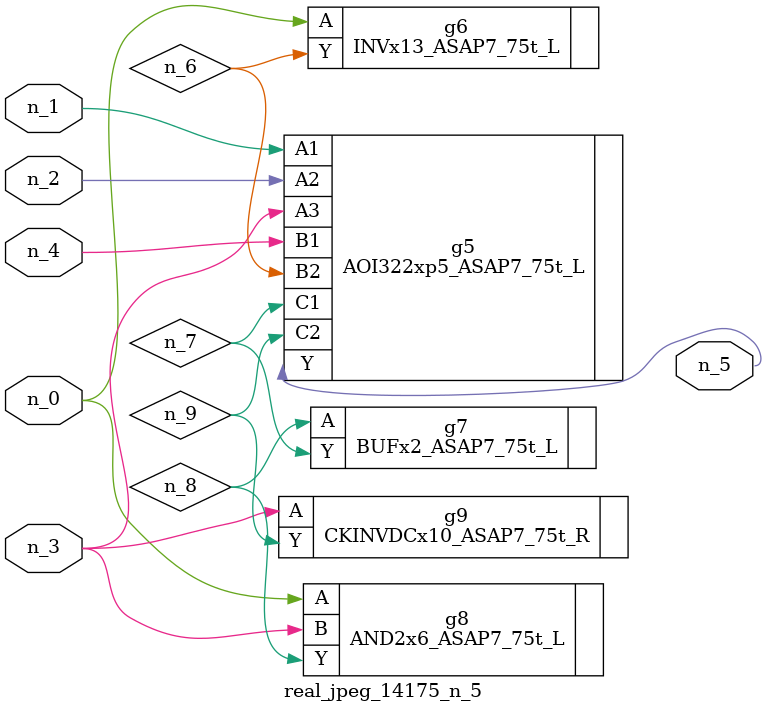
<source format=v>
module real_jpeg_14175_n_5 (n_4, n_0, n_1, n_2, n_3, n_5);

input n_4;
input n_0;
input n_1;
input n_2;
input n_3;

output n_5;

wire n_8;
wire n_6;
wire n_7;
wire n_9;

INVx13_ASAP7_75t_L g6 ( 
.A(n_0),
.Y(n_6)
);

AND2x6_ASAP7_75t_L g8 ( 
.A(n_0),
.B(n_3),
.Y(n_8)
);

AOI322xp5_ASAP7_75t_L g5 ( 
.A1(n_1),
.A2(n_2),
.A3(n_3),
.B1(n_4),
.B2(n_6),
.C1(n_7),
.C2(n_9),
.Y(n_5)
);

CKINVDCx10_ASAP7_75t_R g9 ( 
.A(n_3),
.Y(n_9)
);

BUFx2_ASAP7_75t_L g7 ( 
.A(n_8),
.Y(n_7)
);


endmodule
</source>
